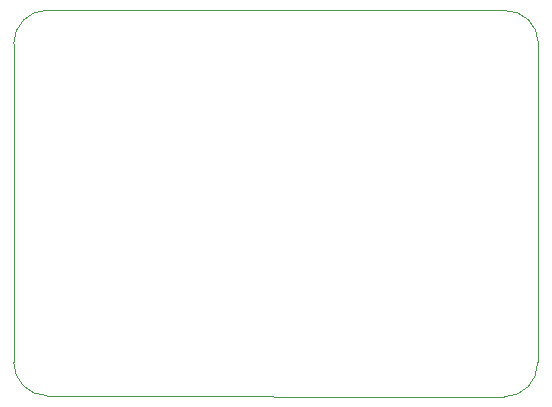
<source format=gbr>
%TF.GenerationSoftware,KiCad,Pcbnew,(6.0.5)*%
%TF.CreationDate,2022-05-28T10:37:04-07:00*%
%TF.ProjectId,stm32,73746d33-322e-46b6-9963-61645f706362,rev?*%
%TF.SameCoordinates,Original*%
%TF.FileFunction,Profile,NP*%
%FSLAX46Y46*%
G04 Gerber Fmt 4.6, Leading zero omitted, Abs format (unit mm)*
G04 Created by KiCad (PCBNEW (6.0.5)) date 2022-05-28 10:37:04*
%MOMM*%
%LPD*%
G01*
G04 APERTURE LIST*
%TA.AperFunction,Profile*%
%ADD10C,0.100000*%
%TD*%
G04 APERTURE END LIST*
D10*
X57000000Y-101000000D02*
X57000000Y-74000000D01*
X101350000Y-101000000D02*
X101420101Y-73979899D01*
X57000000Y-101000000D02*
G75*
G03*
X59800000Y-103800000I2800000J0D01*
G01*
X59820101Y-71170117D02*
G75*
G03*
X57000000Y-74000000I9799J-2829883D01*
G01*
X98550000Y-103900000D02*
G75*
G03*
X101350000Y-101000000I-8520J2809950D01*
G01*
X98550000Y-103900000D02*
X59800000Y-103800000D01*
X101420118Y-73979899D02*
G75*
G03*
X98550000Y-71200000I-2781318J-1D01*
G01*
X98550000Y-71200000D02*
X59820101Y-71170101D01*
M02*

</source>
